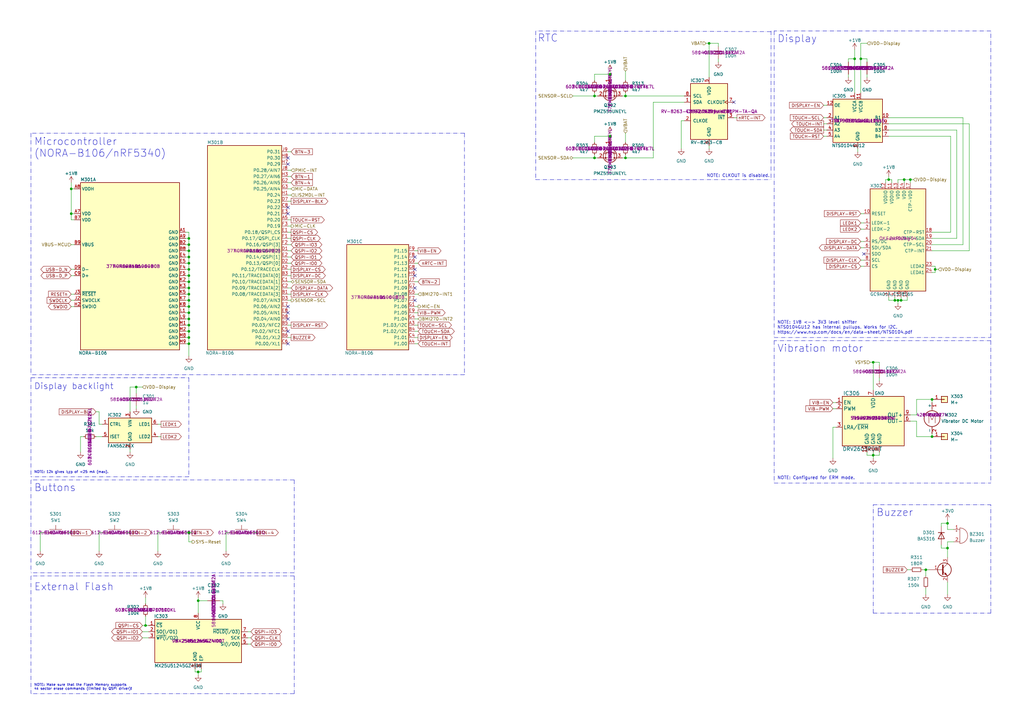
<source format=kicad_sch>
(kicad_sch (version 20250114) (generator "eeschema") (generator_version "9.0")
  (paper "A3")
  (title_block (title "ZSWatch v3") (date "2025-05-05") (rev "0") (company "github.com/jakkra/ZSWatch-HW"))
  (text "NOTE: CLKOUT is disabled." (at 289.814 72.898 0) (effects (font (size 1.27 1.27)) (justify left bottom)))
  (text "Buttons" (at 13.97 201.93 0) (effects (font (size 3 3)) (justify left bottom)))
  (text "NOTE: 12k gives I_{LED} of <25 mA (max)." (at 13.97 194.31 0) (effects (font (size 1 1)) (justify left bottom)))
  (text "Vibration motor" (at 318.77 144.78 0) (effects (font (size 3 3)) (justify left bottom)))
  (text "Buzzer" (at 359.41 212.09 0) (effects (font (size 3 3)) (justify left bottom)))
  (text "NOTE: Make sure that the Flash Memory supports\n4k sector erase commands (limited by QSPI driver)!" (at 13.97 283.21 0) (effects (font (size 1 1)) (justify left bottom)))
  (text "RTC" (at 220.472 17.526 0) (effects (font (size 3 3)) (justify left bottom)))
  (text "Display" (at 318.77 17.78 0) (effects (font (size 3 3)) (justify left bottom)))
  (text "NOTE: 1V8 <-> 3V3 level shifter\nNTS0104GU12 has internal pullups. Works for I2C.\nhttps://www.nxp.com/docs/en/data-sheet/NTS0104.pdf" (at 318.77 137.16 0) (effects (font (size 1.27 1.27)) (justify left bottom)))
  (text "Microcontroller\n(NORA-B106/nRF5340)" (at 13.97 64.77 0) (effects (font (size 3 3)) (justify left bottom)))
  (text "Display backlight" (at 13.97 160.02 0) (effects (font (size 2.5 2.5)) (justify left bottom)))
  (text "NOTE: Configured for ERM mode." (at 318.77 196.85 0) (effects (font (size 1.27 1.27)) (justify left bottom)))
  (text "External Flash" (at 13.97 242.57 0) (effects (font (size 3 3)) (justify left bottom)))
  (junction (at 77.47 123.19))
  (junction (at 77.47 107.95))
  (junction (at 77.47 100.33))
  (junction (at 77.47 130.81))
  (junction (at 243.84 39.37))
  (junction (at 77.47 115.57))
  (junction (at 59.69 256.54))
  (junction (at 77.47 113.03))
  (junction (at 77.47 138.43))
  (junction (at 379.73 233.68))
  (junction (at 388.62 224.79))
  (junction (at 364.49 73.66))
  (junction (at 77.47 110.49))
  (junction (at 77.47 140.97))
  (junction (at 353.06 24.13))
  (junction (at 77.47 105.41))
  (junction (at 358.14 186.69))
  (junction (at 250.19 30.48))
  (junction (at 382.27 179.07))
  (junction (at 77.47 118.11))
  (junction (at 77.47 128.27))
  (junction (at 77.47 97.79))
  (junction (at 77.47 120.65))
  (junction (at 382.27 163.83))
  (junction (at 350.52 24.13))
  (junction (at 77.47 218.44))
  (junction (at 77.47 135.89))
  (junction (at 383.54 110.49))
  (junction (at 368.3 123.19))
  (junction (at 369.57 123.19))
  (junction (at 29.21 77.47))
  (junction (at 77.47 133.35))
  (junction (at 250.19 55.88))
  (junction (at 243.84 64.77))
  (junction (at 256.54 39.37))
  (junction (at 256.54 64.77))
  (junction (at 367.03 123.19))
  (junction (at 55.88 158.75))
  (junction (at 358.14 148.59))
  (junction (at 81.28 246.38))
  (junction (at 290.83 17.78))
  (junction (at 77.47 125.73))
  (junction (at 77.47 102.87))
  (junction (at 29.21 87.63))
  (junction (at 370.84 73.66))
  (junction (at 388.62 214.63))
  (junction (at 81.28 275.59))
  (junction (at 373.38 73.66))
  (no_connect (at 118.11 140.97))
  (no_connect (at 354.33 104.14))
  (no_connect (at 118.11 87.63))
  (no_connect (at 300.99 41.91))
  (no_connect (at 118.11 67.31))
  (no_connect (at 170.18 113.03))
  (no_connect (at 170.18 123.19))
  (no_connect (at 118.11 64.77))
  (no_connect (at 118.11 135.89))
  (no_connect (at 170.18 105.41))
  (no_connect (at 118.11 125.73))
  (no_connect (at 118.11 128.27))
  (no_connect (at 170.18 110.49))
  (no_connect (at 118.11 85.09))
  (no_connect (at 170.18 118.11))
  (no_connect (at 118.11 130.81))
  (wire (pts (xy 368.3 123.19) (xy 368.3 124.46)))
  (wire (pts (xy 267.97 64.77) (xy 256.54 64.77)))
  (wire (pts (xy 353.06 99.06) (xy 354.33 99.06)))
  (wire (pts (xy 58.42 158.75) (xy 55.88 158.75)))
  (wire (pts (xy 53.34 158.75) (xy 53.34 168.91)))
  (wire (pts (xy 353.06 91.44) (xy 354.33 91.44)))
  (polyline (pts (xy 120.65 234.95) (xy 12.7 234.95)) (stroke (width 0) (type dash_dot)))
  (wire (pts (xy 77.47 140.97) (xy 77.47 146.05)))
  (polyline (pts (xy 190.5 54.61) (xy 12.7 54.61)) (stroke (width 0) (type dash_dot)))
  (wire (pts (xy 170.18 125.73) (xy 171.45 125.73)))
  (wire (pts (xy 392.43 53.34) (xy 392.43 97.79)))
  (wire (pts (xy 77.47 97.79) (xy 77.47 100.33)))
  (wire (pts (xy 34.29 179.07) (xy 33.02 179.07)))
  (wire (pts (xy 388.62 213.36) (xy 388.62 214.63)))
  (polyline (pts (xy 317.5 198.12) (xy 406.4 198.12)) (stroke (width 0) (type dash_dot)))
  (wire (pts (xy 391.16 222.25) (xy 388.62 222.25)))
  (wire (pts (xy 77.47 110.49) (xy 77.47 113.03)))
  (wire (pts (xy 29.21 74.93) (xy 29.21 77.47)))
  (wire (pts (xy 234.95 39.37) (xy 243.84 39.37)))
  (wire (pts (xy 353.06 17.78) (xy 353.06 24.13)))
  (wire (pts (xy 367.03 123.19) (xy 368.3 123.19)))
  (polyline (pts (xy 190.5 153.67) (xy 12.7 153.67)) (stroke (width 0) (type dash_dot)))
  (polyline (pts (xy 316.23 12.954) (xy 219.71 12.7)) (stroke (width 0) (type dash_dot)))
  (wire (pts (xy 255.27 64.77) (xy 256.54 64.77)))
  (wire (pts (xy 55.88 166.37) (xy 55.88 167.64)))
  (wire (pts (xy 118.11 113.03) (xy 119.38 113.03)))
  (wire (pts (xy 77.47 125.73) (xy 77.47 128.27)))
  (wire (pts (xy 82.55 274.32) (xy 82.55 275.59)))
  (wire (pts (xy 250.19 55.88) (xy 243.84 55.88)))
  (wire (pts (xy 383.54 111.76) (xy 383.54 110.49)))
  (wire (pts (xy 118.11 62.23) (xy 119.38 62.23)))
  (wire (pts (xy 382.27 102.87) (xy 397.51 102.87)))
  (wire (pts (xy 364.49 121.92) (xy 364.49 123.19)))
  (wire (pts (xy 118.11 120.65) (xy 119.38 120.65)))
  (wire (pts (xy 170.18 135.89) (xy 171.45 135.89)))
  (wire (pts (xy 290.83 17.78) (xy 294.64 17.78)))
  (wire (pts (xy 337.82 55.88) (xy 339.09 55.88)))
  (wire (pts (xy 118.11 100.33) (xy 119.38 100.33)))
  (wire (pts (xy 382.27 179.07) (xy 375.92 179.07)))
  (wire (pts (xy 118.11 82.55) (xy 119.38 82.55)))
  (wire (pts (xy 279.4 60.96) (xy 279.4 49.53)))
  (wire (pts (xy 77.47 133.35) (xy 76.2 133.35)))
  (wire (pts (xy 388.62 224.79) (xy 388.62 228.6)))
  (wire (pts (xy 367.03 123.19) (xy 367.03 121.92)))
  (polyline (pts (xy 317.5 138.43) (xy 406.4 138.43)) (stroke (width 0) (type dash_dot)))
  (wire (pts (xy 234.95 64.77) (xy 243.84 64.77)))
  (polyline (pts (xy 12.7 154.94) (xy 12.7 195.58)) (stroke (width 0) (type dash_dot)))
  (wire (pts (xy 358.14 186.69) (xy 358.14 185.42)))
  (wire (pts (xy 170.18 115.57) (xy 171.45 115.57)))
  (polyline (pts (xy 120.65 196.85) (xy 120.65 234.95)) (stroke (width 0) (type dash_dot)))
  (wire (pts (xy 77.47 123.19) (xy 77.47 125.73)))
  (wire (pts (xy 40.64 218.44) (xy 41.91 218.44)))
  (wire (pts (xy 289.56 17.78) (xy 290.83 17.78)))
  (wire (pts (xy 64.77 173.99) (xy 66.04 173.99)))
  (wire (pts (xy 77.47 135.89) (xy 77.47 138.43)))
  (polyline (pts (xy 120.65 236.22) (xy 120.65 284.48)) (stroke (width 0) (type dash_dot)))
  (wire (pts (xy 353.06 93.98) (xy 354.33 93.98)))
  (polyline (pts (xy 406.4 138.43) (xy 406.4 12.7)) (stroke (width 0) (type dash_dot)))
  (wire (pts (xy 77.47 135.89) (xy 76.2 135.89)))
  (wire (pts (xy 341.63 167.64) (xy 342.9 167.64)))
  (wire (pts (xy 80.01 274.32) (xy 80.01 275.59)))
  (wire (pts (xy 29.21 120.65) (xy 30.48 120.65)))
  (wire (pts (xy 355.6 185.42) (xy 355.6 186.69)))
  (wire (pts (xy 256.54 39.37) (xy 280.67 39.37)))
  (wire (pts (xy 388.62 224.79) (xy 386.08 224.79)))
  (wire (pts (xy 29.21 123.19) (xy 30.48 123.19)))
  (wire (pts (xy 118.11 69.85) (xy 119.38 69.85)))
  (polyline (pts (xy 316.23 12.7) (xy 316.23 73.66)) (stroke (width 0) (type dash_dot)))
  (wire (pts (xy 341.63 165.1) (xy 342.9 165.1)))
  (polyline (pts (xy 317.5 139.7) (xy 317.5 198.12)) (stroke (width 0) (type dash_dot)))
  (wire (pts (xy 170.18 120.65) (xy 171.45 120.65)))
  (wire (pts (xy 58.42 261.62) (xy 60.96 261.62)))
  (wire (pts (xy 170.18 133.35) (xy 171.45 133.35)))
  (wire (pts (xy 118.11 115.57) (xy 119.38 115.57)))
  (polyline (pts (xy 12.7 236.22) (xy 12.7 284.48)) (stroke (width 0) (type dash_dot)))
  (polyline (pts (xy 120.65 196.85) (xy 12.7 196.85)) (stroke (width 0) (type dash_dot)))
  (wire (pts (xy 368.3 123.19) (xy 369.57 123.19)))
  (wire (pts (xy 373.38 73.66) (xy 373.38 74.93)))
  (wire (pts (xy 256.54 64.77) (xy 256.54 63.5)))
  (wire (pts (xy 77.47 118.11) (xy 76.2 118.11)))
  (wire (pts (xy 27.94 218.44) (xy 29.21 218.44)))
  (wire (pts (xy 81.28 275.59) (xy 82.55 275.59)))
  (wire (pts (xy 256.54 54.61) (xy 256.54 58.42)))
  (wire (pts (xy 267.97 41.91) (xy 267.97 64.77)))
  (wire (pts (xy 290.83 31.75) (xy 290.83 17.78)))
  (wire (pts (xy 243.84 64.77) (xy 243.84 63.5)))
  (wire (pts (xy 29.21 110.49) (xy 30.48 110.49)))
  (wire (pts (xy 77.47 120.65) (xy 77.47 123.19)))
  (wire (pts (xy 386.08 214.63) (xy 388.62 214.63)))
  (wire (pts (xy 77.47 125.73) (xy 76.2 125.73)))
  (wire (pts (xy 382.27 177.8) (xy 382.27 179.07)))
  (polyline (pts (xy 358.14 251.46) (xy 406.4 251.46)) (stroke (width 0) (type dash_dot)))
  (wire (pts (xy 29.21 87.63) (xy 29.21 77.47)))
  (polyline (pts (xy 77.47 154.94) (xy 77.47 195.58)) (stroke (width 0) (type dash_dot)))
  (wire (pts (xy 170.18 128.27) (xy 171.45 128.27)))
  (wire (pts (xy 93.98 218.44) (xy 92.71 218.44)))
  (polyline (pts (xy 317.5 12.7) (xy 317.5 138.43)) (stroke (width 0) (type dash_dot)))
  (polyline (pts (xy 190.5 54.61) (xy 190.5 153.67)) (stroke (width 0) (type dash_dot)))
  (wire (pts (xy 77.47 110.49) (xy 76.2 110.49)))
  (wire (pts (xy 118.11 90.17) (xy 119.38 90.17)))
  (wire (pts (xy 337.82 43.18) (xy 339.09 43.18)))
  (wire (pts (xy 77.47 115.57) (xy 77.47 118.11)))
  (wire (pts (xy 364.49 123.19) (xy 367.03 123.19)))
  (wire (pts (xy 360.68 185.42) (xy 360.68 186.69)))
  (wire (pts (xy 90.17 246.38) (xy 91.44 246.38)))
  (wire (pts (xy 77.47 115.57) (xy 76.2 115.57)))
  (wire (pts (xy 388.62 222.25) (xy 388.62 224.79)))
  (polyline (pts (xy 120.65 236.22) (xy 12.7 236.22)) (stroke (width 0) (type dash_dot)))
  (wire (pts (xy 29.21 100.33) (xy 30.48 100.33)))
  (wire (pts (xy 373.38 170.18) (xy 375.92 170.18)))
  (wire (pts (xy 397.51 50.8) (xy 397.51 102.87)))
  (wire (pts (xy 118.11 97.79) (xy 119.38 97.79)))
  (polyline (pts (xy 406.4 139.7) (xy 406.4 198.12)) (stroke (width 0) (type dash_dot)))
  (wire (pts (xy 29.21 90.17) (xy 29.21 87.63)))
  (wire (pts (xy 358.14 186.69) (xy 358.14 187.96)))
  (wire (pts (xy 350.52 24.13) (xy 350.52 38.1)))
  (wire (pts (xy 250.19 55.88) (xy 250.19 57.15)))
  (wire (pts (xy 64.77 218.44) (xy 66.04 218.44)))
  (wire (pts (xy 41.91 173.99) (xy 40.64 173.99)))
  (wire (pts (xy 77.47 95.25) (xy 77.47 97.79)))
  (wire (pts (xy 118.11 74.93) (xy 119.38 74.93)))
  (polyline (pts (xy 120.65 284.48) (xy 12.7 284.48)) (stroke (width 0) (type dash_dot)))
  (wire (pts (xy 294.64 24.13) (xy 294.64 25.4)))
  (wire (pts (xy 16.51 218.44) (xy 16.51 226.06)))
  (wire (pts (xy 386.08 215.9) (xy 386.08 214.63)))
  (wire (pts (xy 256.54 39.37) (xy 256.54 38.1)))
  (wire (pts (xy 77.47 102.87) (xy 76.2 102.87)))
  (polyline (pts (xy 406.4 139.7) (xy 317.5 139.7)) (stroke (width 0) (type dash_dot)))
  (wire (pts (xy 355.6 186.69) (xy 358.14 186.69)))
  (wire (pts (xy 365.76 73.66) (xy 364.49 73.66)))
  (wire (pts (xy 77.47 118.11) (xy 77.47 120.65)))
  (wire (pts (xy 243.84 55.88) (xy 243.84 58.42)))
  (wire (pts (xy 369.57 123.19) (xy 372.11 123.19)))
  (wire (pts (xy 243.84 30.48) (xy 243.84 33.02)))
  (wire (pts (xy 77.47 95.25) (xy 76.2 95.25)))
  (wire (pts (xy 279.4 49.53) (xy 280.67 49.53)))
  (wire (pts (xy 360.68 186.69) (xy 358.14 186.69)))
  (wire (pts (xy 81.28 246.38) (xy 81.28 245.11)))
  (wire (pts (xy 59.69 256.54) (xy 60.96 256.54)))
  (wire (pts (xy 77.47 97.79) (xy 76.2 97.79)))
  (wire (pts (xy 81.28 246.38) (xy 81.28 251.46)))
  (wire (pts (xy 77.47 128.27) (xy 77.47 130.81)))
  (wire (pts (xy 77.47 133.35) (xy 77.47 135.89)))
  (wire (pts (xy 58.42 256.54) (xy 59.69 256.54)))
  (wire (pts (xy 250.19 54.61) (xy 250.19 55.88)))
  (wire (pts (xy 383.54 110.49) (xy 383.54 109.22)))
  (wire (pts (xy 382.27 163.83) (xy 382.27 165.1)))
  (wire (pts (xy 77.47 130.81) (xy 76.2 130.81)))
  (wire (pts (xy 64.77 218.44) (xy 64.77 226.06)))
  (wire (pts (xy 360.68 148.59) (xy 360.68 149.86)))
  (wire (pts (xy 341.63 175.26) (xy 341.63 187.96)))
  (wire (pts (xy 118.11 72.39) (xy 119.38 72.39)))
  (wire (pts (xy 364.49 73.66) (xy 363.22 73.66)))
  (wire (pts (xy 250.19 29.21) (xy 250.19 30.48)))
  (wire (pts (xy 389.89 55.88) (xy 389.89 95.25)))
  (polyline (pts (xy 219.71 73.66) (xy 316.23 73.66)) (stroke (width 0) (type dash_dot)))
  (polyline (pts (xy 406.4 12.7) (xy 317.5 12.7)) (stroke (width 0) (type dash_dot)))
  (wire (pts (xy 58.42 259.08) (xy 60.96 259.08)))
  (wire (pts (xy 77.47 140.97) (xy 76.2 140.97)))
  (wire (pts (xy 372.11 233.68) (xy 373.38 233.68)))
  (wire (pts (xy 250.19 30.48) (xy 243.84 30.48)))
  (wire (pts (xy 337.82 50.8) (xy 339.09 50.8)))
  (wire (pts (xy 337.82 48.26) (xy 339.09 48.26)))
  (wire (pts (xy 351.79 60.96) (xy 351.79 62.23)))
  (wire (pts (xy 388.62 214.63) (xy 388.62 217.17)))
  (wire (pts (xy 337.82 53.34) (xy 339.09 53.34)))
  (wire (pts (xy 91.44 246.38) (xy 91.44 247.65)))
  (wire (pts (xy 347.98 25.4) (xy 347.98 24.13)))
  (wire (pts (xy 77.47 113.03) (xy 77.47 115.57)))
  (wire (pts (xy 353.06 87.63) (xy 354.33 87.63)))
  (wire (pts (xy 365.76 73.66) (xy 365.76 74.93)))
  (wire (pts (xy 358.14 148.59) (xy 360.68 148.59)))
  (wire (pts (xy 290.83 60.96) (xy 290.83 59.69)))
  (polyline (pts (xy 77.47 195.58) (xy 12.7 195.58)) (stroke (width 0) (type dash_dot)))
  (wire (pts (xy 342.9 175.26) (xy 341.63 175.26)))
  (wire (pts (xy 170.18 140.97) (xy 171.45 140.97)))
  (wire (pts (xy 118.11 102.87) (xy 119.38 102.87)))
  (wire (pts (xy 77.47 138.43) (xy 76.2 138.43)))
  (wire (pts (xy 55.88 158.75) (xy 53.34 158.75)))
  (wire (pts (xy 104.14 218.44) (xy 105.41 218.44)))
  (wire (pts (xy 370.84 73.66) (xy 373.38 73.66)))
  (wire (pts (xy 300.99 48.26) (xy 302.26 48.26)))
  (wire (pts (xy 77.47 107.95) (xy 77.47 110.49)))
  (wire (pts (xy 77.47 218.44) (xy 78.74 218.44)))
  (wire (pts (xy 358.14 148.59) (xy 358.14 160.02)))
  (wire (pts (xy 388.62 238.76) (xy 388.62 243.84)))
  (wire (pts (xy 118.11 123.19) (xy 119.38 123.19)))
  (wire (pts (xy 77.47 222.25) (xy 77.47 218.44)))
  (wire (pts (xy 92.71 218.44) (xy 92.71 226.06)))
  (polyline (pts (xy 12.7 154.94) (xy 77.47 154.94)) (stroke (width 0) (type dash_dot)))
  (wire (pts (xy 355.6 25.4) (xy 355.6 24.13)))
  (wire (pts (xy 375.92 170.18) (xy 375.92 163.83)))
  (wire (pts (xy 77.47 138.43) (xy 77.47 140.97)))
  (wire (pts (xy 364.49 55.88) (xy 389.89 55.88)))
  (wire (pts (xy 245.11 64.77) (xy 243.84 64.77)))
  (wire (pts (xy 118.11 95.25) (xy 119.38 95.25)))
  (wire (pts (xy 382.27 100.33) (xy 394.97 100.33)))
  (wire (pts (xy 353.06 106.68) (xy 354.33 106.68)))
  (wire (pts (xy 118.11 105.41) (xy 119.38 105.41)))
  (wire (pts (xy 77.47 120.65) (xy 76.2 120.65)))
  (wire (pts (xy 77.47 105.41) (xy 76.2 105.41)))
  (wire (pts (xy 77.47 130.81) (xy 77.47 133.35)))
  (wire (pts (xy 368.3 73.66) (xy 370.84 73.66)))
  (wire (pts (xy 77.47 100.33) (xy 77.47 102.87)))
  (polyline (pts (xy 12.7 54.61) (xy 12.7 153.67)) (stroke (width 0) (type dash_dot)))
  (wire (pts (xy 39.37 168.91) (xy 40.64 168.91)))
  (wire (pts (xy 29.21 113.03) (xy 30.48 113.03)))
  (wire (pts (xy 379.73 233.68) (xy 379.73 236.22)))
  (wire (pts (xy 256.54 29.21) (xy 256.54 33.02)))
  (wire (pts (xy 33.02 179.07) (xy 33.02 185.42)))
  (wire (pts (xy 382.27 109.22) (xy 383.54 109.22)))
  (wire (pts (xy 118.11 107.95) (xy 119.38 107.95)))
  (wire (pts (xy 40.64 218.44) (xy 40.64 226.06)))
  (polyline (pts (xy 12.7 196.85) (xy 12.7 234.95)) (stroke (width 0) (type dash_dot)))
  (wire (pts (xy 170.18 107.95) (xy 171.45 107.95)))
  (wire (pts (xy 372.11 123.19) (xy 372.11 121.92)))
  (wire (pts (xy 347.98 30.48) (xy 347.98 31.75)))
  (wire (pts (xy 170.18 130.81) (xy 171.45 130.81)))
  (wire (pts (xy 118.11 118.11) (xy 119.38 118.11)))
  (wire (pts (xy 382.27 97.79) (xy 392.43 97.79)))
  (wire (pts (xy 347.98 24.13) (xy 350.52 24.13)))
  (wire (pts (xy 77.47 105.41) (xy 77.47 107.95)))
  (wire (pts (xy 77.47 128.27) (xy 76.2 128.27)))
  (wire (pts (xy 378.46 233.68) (xy 379.73 233.68)))
  (wire (pts (xy 356.87 148.59) (xy 358.14 148.59)))
  (wire (pts (xy 77.47 113.03) (xy 76.2 113.03)))
  (wire (pts (xy 53.34 184.15) (xy 53.34 185.42)))
  (wire (pts (xy 81.28 246.38) (xy 85.09 246.38)))
  (wire (pts (xy 81.28 275.59) (xy 81.28 276.86)))
  (wire (pts (xy 255.27 39.37) (xy 256.54 39.37)))
  (wire (pts (xy 101.6 261.62) (xy 102.87 261.62)))
  (wire (pts (xy 267.97 41.91) (xy 280.67 41.91)))
  (wire (pts (xy 76.2 218.44) (xy 77.47 218.44)))
  (wire (pts (xy 170.18 102.87) (xy 171.45 102.87)))
  (wire (pts (xy 55.88 158.75) (xy 55.88 161.29)))
  (wire (pts (xy 355.6 17.78) (xy 353.06 17.78)))
  (wire (pts (xy 59.69 252.73) (xy 59.69 256.54)))
  (wire (pts (xy 364.49 53.34) (xy 392.43 53.34)))
  (polyline (pts (xy 219.71 12.7) (xy 219.71 73.66)) (stroke (width 0) (type dash_dot)))
  (wire (pts (xy 118.11 77.47) (xy 119.38 77.47)))
  (wire (pts (xy 101.6 259.08) (xy 102.87 259.08)))
  (wire (pts (xy 364.49 50.8) (xy 397.51 50.8)))
  (wire (pts (xy 17.78 218.44) (xy 16.51 218.44)))
  (wire (pts (xy 386.08 223.52) (xy 386.08 224.79)))
  (wire (pts (xy 40.64 173.99) (xy 40.64 168.91)))
  (wire (pts (xy 350.52 20.32) (xy 350.52 24.13)))
  (wire (pts (xy 29.21 77.47) (xy 30.48 77.47)))
  (wire (pts (xy 379.73 241.3) (xy 379.73 243.84)))
  (wire (pts (xy 353.06 101.6) (xy 354.33 101.6)))
  (wire (pts (xy 382.27 95.25) (xy 389.89 95.25)))
  (polyline (pts (xy 358.14 251.46) (xy 358.14 207.01)) (stroke (width 0) (type dash_dot)))
  (wire (pts (xy 170.18 138.43) (xy 171.45 138.43)))
  (wire (pts (xy 64.77 179.07) (xy 66.04 179.07)))
  (wire (pts (xy 355.6 24.13) (xy 353.06 24.13)))
  (wire (pts (xy 373.38 73.66) (xy 374.65 73.66)))
  (wire (pts (xy 243.84 39.37) (xy 243.84 38.1)))
  (polyline (pts (xy 358.14 207.01) (xy 406.4 207.01)) (stroke (width 0) (type dash_dot)))
  (wire (pts (xy 77.47 123.19) (xy 76.2 123.19)))
  (wire (pts (xy 370.84 73.66) (xy 370.84 74.93)))
  (wire (pts (xy 353.06 24.13) (xy 353.06 38.1)))
  (wire (pts (xy 369.57 123.19) (xy 369.57 121.92)))
  (wire (pts (xy 29.21 125.73) (xy 30.48 125.73)))
  (wire (pts (xy 364.49 48.26) (xy 394.97 48.26)))
  (wire (pts (xy 101.6 264.16) (xy 102.87 264.16)))
  (wire (pts (xy 368.3 74.93) (xy 368.3 73.66)))
  (wire (pts (xy 250.19 30.48) (xy 250.19 31.75)))
  (wire (pts (xy 118.11 138.43) (xy 119.38 138.43)))
  (wire (pts (xy 383.54 110.49) (xy 384.81 110.49)))
  (wire (pts (xy 118.11 80.01) (xy 119.38 80.01)))
  (wire (pts (xy 118.11 92.71) (xy 119.38 92.71)))
  (wire (pts (xy 394.97 48.26) (xy 394.97 100.33)))
  (wire (pts (xy 29.21 87.63) (xy 30.48 87.63)))
  (wire (pts (xy 360.68 154.94) (xy 360.68 156.21)))
  (wire (pts (xy 118.11 133.35) (xy 119.38 133.35)))
  (wire (pts (xy 353.06 109.22) (xy 354.33 109.22)))
  (wire (pts (xy 30.48 90.17) (xy 29.21 90.17)))
  (wire (pts (xy 118.11 110.49) (xy 119.38 110.49)))
  (wire (pts (xy 294.64 19.05) (xy 294.64 17.78)))
  (wire (pts (xy 59.69 245.11) (xy 59.69 247.65)))
  (wire (pts (xy 77.47 107.95) (xy 76.2 107.95)))
  (wire (pts (xy 382.27 111.76) (xy 383.54 111.76)))
  (wire (pts (xy 80.01 275.59) (xy 81.28 275.59)))
  (wire (pts (xy 373.38 172.72) (xy 375.92 172.72)))
  (wire (pts (xy 245.11 39.37) (xy 243.84 39.37)))
  (wire (pts (xy 388.62 217.17) (xy 391.16 217.17)))
  (wire (pts (xy 379.73 233.68) (xy 381 233.68)))
  (wire (pts (xy 41.91 179.07) (xy 39.37 179.07)))
  (wire (pts (xy 364.49 72.39) (xy 364.49 73.66)))
  (wire (pts (xy 375.92 172.72) (xy 375.92 179.07)))
  (polyline (pts (xy 406.4 251.46) (xy 406.4 207.01)) (stroke (width 0) (type dash_dot)))
  (wire (pts (xy 52.07 218.44) (xy 53.34 218.44)))
  (wire (pts (xy 375.92 163.83) (xy 382.27 163.83)))
  (wire (pts (xy 78.74 222.25) (xy 77.47 222.25)))
  (wire (pts (xy 77.47 100.33) (xy 76.2 100.33)))
  (wire (pts (xy 355.6 30.48) (xy 355.6 31.75)))
  (wire (pts (xy 363.22 73.66) (xy 363.22 74.93)))
  (wire (pts (xy 77.47 102.87) (xy 77.47 105.41)))
  (global_label "QSPI-CLK" (shape output) (at 119.38 97.79 0) (property "Intersheetrefs" "${INTERSHEET_REFS}" (effects (hide yes))))
  (global_label "DISPLAY-RST" (shape output) (at 119.38 133.35 0) (property "Intersheetrefs" "${INTERSHEET_REFS}" (effects (hide yes))))
  (global_label "VIB-EN" (shape output) (at 171.45 102.87 0) (property "Intersheetrefs" "${INTERSHEET_REFS}" (effects (hide yes))))
  (global_label "BTN-4" (shape output) (at 105.41 218.44 0) (property "Intersheetrefs" "${INTERSHEET_REFS}" (effects (hide yes))))
  (global_label "SWDCLK" (shape input) (at 29.21 123.19 180) (property "Intersheetrefs" "${INTERSHEET_REFS}" (effects (hide yes))))
  (global_label "QSPI-CS" (shape output) (at 119.38 95.25 0) (property "Intersheetrefs" "${INTERSHEET_REFS}" (effects (hide yes))))
  (global_label "QSPI-IO0" (shape bidirectional) (at 102.87 264.16 0) (property "Intersheetrefs" "${INTERSHEET_REFS}" (effects (hide yes))))
  (global_label "TOUCH-SDA" (shape bidirectional) (at 171.45 135.89 0) (property "Intersheetrefs" "${INTERSHEET_REFS}" (effects (hide yes))))
  (global_label "TOUCH-RST" (shape output) (at 119.38 90.17 0) (property "Intersheetrefs" "${INTERSHEET_REFS}" (effects (hide yes))))
  (global_label "VIB-PWM" (shape output) (at 171.45 128.27 0) (property "Intersheetrefs" "${INTERSHEET_REFS}" (effects (hide yes))))
  (global_label "RESETn" (shape input) (at 29.21 120.65 180) (property "Intersheetrefs" "${INTERSHEET_REFS}" (effects (hide yes))))
  (global_label "SWDIO" (shape bidirectional) (at 29.21 125.73 180) (property "Intersheetrefs" "${INTERSHEET_REFS}" (effects (hide yes))))
  (global_label "QSPI-IO0" (shape bidirectional) (at 119.38 107.95 0) (property "Intersheetrefs" "${INTERSHEET_REFS}" (effects (hide yes))))
  (global_label "QSPI-IO3" (shape bidirectional) (at 119.38 100.33 0) (property "Intersheetrefs" "${INTERSHEET_REFS}" (effects (hide yes))))
  (global_label "BTN-4" (shape input) (at 119.38 74.93 0) (property "Intersheetrefs" "${INTERSHEET_REFS}" (effects (hide yes))))
  (global_label "QSPI-IO1" (shape bidirectional) (at 58.42 259.08 180) (property "Intersheetrefs" "${INTERSHEET_REFS}" (effects (hide yes))))
  (global_label "QSPI-IO1" (shape bidirectional) (at 119.38 105.41 0) (property "Intersheetrefs" "${INTERSHEET_REFS}" (effects (hide yes))))
  (global_label "DISPLAY-CLK" (shape input) (at 353.06 106.68 180) (property "Intersheetrefs" "${INTERSHEET_REFS}" (effects (hide yes))))
  (global_label "DISPLAY-DATA" (shape bidirectional) (at 353.06 101.6 180) (property "Intersheetrefs" "${INTERSHEET_REFS}" (effects (hide yes))))
  (global_label "TOUCH-INT" (shape output) (at 337.82 50.8 180) (property "Intersheetrefs" "${INTERSHEET_REFS}" (effects (hide yes))))
  (global_label "BTN-2" (shape input) (at 171.45 115.57 0) (property "Intersheetrefs" "${INTERSHEET_REFS}" (effects (hide yes))))
  (global_label "QSPI-CLK" (shape input) (at 102.87 261.62 0) (property "Intersheetrefs" "${INTERSHEET_REFS}" (effects (hide yes))))
  (global_label "nRTC-INT" (shape input) (at 171.45 107.95 0) (property "Intersheetrefs" "${INTERSHEET_REFS}" (effects (hide yes))))
  (global_label "DISPLAY-DATA" (shape bidirectional) (at 119.38 118.11 0) (property "Intersheetrefs" "${INTERSHEET_REFS}" (effects (hide yes))))
  (global_label "DISPLAY-DC" (shape output) (at 119.38 113.03 0) (property "Intersheetrefs" "${INTERSHEET_REFS}" (effects (hide yes))))
  (global_label "TOUCH-INT" (shape input) (at 171.45 140.97 0) (property "Intersheetrefs" "${INTERSHEET_REFS}" (effects (hide yes))))
  (global_label "BTN-3" (shape output) (at 78.74 218.44 0) (property "Intersheetrefs" "${INTERSHEET_REFS}" (effects (hide yes))))
  (global_label "TOUCH-SCL" (shape output) (at 171.45 133.35 0) (property "Intersheetrefs" "${INTERSHEET_REFS}" (effects (hide yes))))
  (global_label "QSPI-IO3" (shape bidirectional) (at 102.87 259.08 0) (property "Intersheetrefs" "${INTERSHEET_REFS}" (effects (hide yes))))
  (global_label "TOUCH-RST" (shape input) (at 337.82 55.88 180) (property "Intersheetrefs" "${INTERSHEET_REFS}" (effects (hide yes))))
  (global_label "BTN-1" (shape output) (at 29.21 218.44 0) (property "Intersheetrefs" "${INTERSHEET_REFS}" (effects (hide yes))))
  (global_label "BUZZER" (shape input) (at 372.11 233.68 180) (property "Intersheetrefs" "${INTERSHEET_REFS}" (effects (hide yes))))
  (global_label "VIB-EN" (shape input) (at 341.63 165.1 180) (property "Intersheetrefs" "${INTERSHEET_REFS}" (effects (hide yes))))
  (global_label "BTN-2" (shape output) (at 53.34 218.44 0) (property "Intersheetrefs" "${INTERSHEET_REFS}" (effects (hide yes))))
  (global_label "QSPI-IO2" (shape bidirectional) (at 119.38 102.87 0) (property "Intersheetrefs" "${INTERSHEET_REFS}" (effects (hide yes))))
  (global_label "LEDK2" (shape input) (at 353.06 93.98 180) (property "Intersheetrefs" "${INTERSHEET_REFS}" (effects (hide yes))))
  (global_label "DISPLAY-BLK" (shape output) (at 119.38 82.55 0) (property "Intersheetrefs" "${INTERSHEET_REFS}" (effects (hide yes))))
  (global_label "BTN-3" (shape input) (at 119.38 62.23 0) (property "Intersheetrefs" "${INTERSHEET_REFS}" (effects (hide yes))))
  (global_label "nRTC-INT" (shape output) (at 302.26 48.26 0) (property "Intersheetrefs" "${INTERSHEET_REFS}" (effects (hide yes))))
  (global_label "DISPLAY-CLK" (shape output) (at 119.38 120.65 0) (property "Intersheetrefs" "${INTERSHEET_REFS}" (effects (hide yes))))
  (global_label "USB-D_N" (shape bidirectional) (at 29.21 110.49 180) (property "Intersheetrefs" "${INTERSHEET_REFS}" (effects (hide yes))))
  (global_label "LEDK2" (shape output) (at 66.04 179.07 0) (property "Intersheetrefs" "${INTERSHEET_REFS}" (effects (hide yes))))
  (global_label "USB-D_P" (shape bidirectional) (at 29.21 113.03 180) (property "Intersheetrefs" "${INTERSHEET_REFS}" (effects (hide yes))))
  (global_label "TOUCH-SCL" (shape input) (at 337.82 48.26 180) (property "Intersheetrefs" "${INTERSHEET_REFS}" (effects (hide yes))))
  (global_label "BUZZER" (shape output) (at 119.38 138.43 0) (property "Intersheetrefs" "${INTERSHEET_REFS}" (effects (hide yes))))
  (global_label "TOUCH-SDA" (shape output) (at 337.82 53.34 180) (property "Intersheetrefs" "${INTERSHEET_REFS}" (effects (hide yes))))
  (global_label "DISPLAY-CS" (shape input) (at 353.06 109.22 180) (property "Intersheetrefs" "${INTERSHEET_REFS}" (effects (hide yes))))
  (global_label "QSPI-IO2" (shape bidirectional) (at 58.42 261.62 180) (property "Intersheetrefs" "${INTERSHEET_REFS}" (effects (hide yes))))
  (global_label "VIB-PWM" (shape input) (at 341.63 167.64 180) (property "Intersheetrefs" "${INTERSHEET_REFS}" (effects (hide yes))))
  (global_label "LEDK1" (shape input) (at 353.06 91.44 180) (property "Intersheetrefs" "${INTERSHEET_REFS}" (effects (hide yes))))
  (global_label "DISPLAY-BLK" (shape input) (at 39.37 168.91 180) (property "Intersheetrefs" "${INTERSHEET_REFS}" (effects (hide yes))))
  (global_label "QSPI-CS" (shape input) (at 58.42 256.54 180) (property "Intersheetrefs" "${INTERSHEET_REFS}" (effects (hide yes))))
  (global_label "BTN-1" (shape input) (at 119.38 72.39 0) (property "Intersheetrefs" "${INTERSHEET_REFS}" (effects (hide yes))))
  (global_label "DISPLAY-CS" (shape output) (at 119.38 110.49 0) (property "Intersheetrefs" "${INTERSHEET_REFS}" (effects (hide yes))))
  (global_label "DISPLAY-DC" (shape input) (at 353.06 99.06 180) (property "Intersheetrefs" "${INTERSHEET_REFS}" (effects (hide yes))))
  (global_label "LEDK1" (shape output) (at 66.04 173.99 0) (property "Intersheetrefs" "${INTERSHEET_REFS}" (effects (hide yes))))
  (global_label "DISPLAY-EN" (shape output) (at 171.45 138.43 0) (property "Intersheetrefs" "${INTERSHEET_REFS}" (effects (hide yes))))
  (global_label "DISPLAY-RST" (shape input) (at 353.06 87.63 180) (property "Intersheetrefs" "${INTERSHEET_REFS}" (effects (hide yes))))
  (global_label "DISPLAY-EN" (shape input) (at 337.82 43.18 180) (property "Intersheetrefs" "${INTERSHEET_REFS}" (effects (hide yes))))
  (hierarchical_label "SENSOR-SCL" (shape input) (at 234.95 39.37 180))
  (hierarchical_label "SENSOR-SDA" (shape bidirectional) (at 234.95 64.77 180))
  (hierarchical_label "PMIC-INT" (shape input) (at 119.38 69.85 0))
  (hierarchical_label "VDD-Display" (shape input) (at 374.65 73.66 0))
  (hierarchical_label "VDD-Display" (shape input) (at 58.42 158.75 0))
  (hierarchical_label "VBAT" (shape input) (at 256.54 54.61 90))
  (hierarchical_label "MIC-DATA" (shape input) (at 119.38 77.47 0))
  (hierarchical_label "VDD-Display" (shape input) (at 384.81 110.49 0))
  (hierarchical_label "MIC-EN" (shape output) (at 171.45 125.73 0))
  (hierarchical_label "VBUS-MCU" (shape input) (at 29.21 100.33 180))
  (hierarchical_label "VDD-Display" (shape input) (at 355.6 17.78 0))
  (hierarchical_label "VBAT" (shape input) (at 256.54 29.21 90))
  (hierarchical_label "VBAT" (shape input) (at 289.56 17.78 180))
  (hierarchical_label "BMI270-INT2" (shape input) (at 171.45 130.81 0))
  (hierarchical_label "SENSOR-SCL" (shape output) (at 119.38 123.19 0))
  (hierarchical_label "BMI270-INT1" (shape input) (at 171.45 120.65 0))
  (hierarchical_label "MIC-CLK" (shape output) (at 119.38 92.71 0))
  (hierarchical_label "SENSOR-SDA" (shape bidirectional) (at 119.38 115.57 0))
  (hierarchical_label "VSYS" (shape input) (at 356.87 148.59 180))
  (hierarchical_label "LIS2MDL-INT" (shape input) (at 119.38 80.01 0))
  (hierarchical_label "SYS-Reset" (shape output) (at 78.74 222.25 0))
  (symbol (lib_id "Switch:SW_Push") (at 71.12 218.44 0) (unit 1)
    (property "Reference" "S303" (at 71.12 210.82 0))
    (property "Value" "SW3" (at 71.12 213.36 0))
    (property "Footprint" "E-Switch:TL6340AF160Q_Modified" (effects (hide yes)))
    (property "Datasheet" "https://www.mouser.de/datasheet/2/140/TL6340-3304863.pdf" (effects (hide yes)))
    (property "Distributor" "Mouser" (effects (hide yes)))
    (property "manf" "E-Switch" (at 71.12 218.44 0))
    (property "manf#" "TL6340AF160Q" (at 71.12 218.44 0))
    (property "mouser#" "612-TL6340AF160Q" (at 71.12 218.44 0))
  )
  (symbol (lib_id "power:GND") (at 55.88 167.64 0) (unit 1)
    (property "Reference" "#PWR0307" (effects (hide yes)))
    (property "Value" "GND" (at 58.42 168.91 0) (effects (justify left)))
  )
  (symbol (lib_id "power:+1V8") (at 59.69 245.11 0) (unit 1)
    (property "Reference" "#PWR0308" (effects (hide yes)))
    (property "Value" "+1V8" (at 59.69 241.3 0))
  )
  (symbol (lib_id "power:+1V8") (at 29.21 74.93 0) (unit 1)
    (property "Reference" "#PWR0305" (effects (hide yes)))
    (property "Value" "+1V8" (at 29.21 71.12 0))
  )
  (symbol (lib_id "Nexperia:PMZ550UNEYL") (at 250.19 36.83 270) (unit 1)
    (property "Reference" "Q302" (at 250.19 43.18 90))
    (property "Value" "PMZ550UNEYL" (at 250.19 45.72 90))
    (property "Footprint" "Package_SOT_SMD:SOT-883" (effects (hide yes)))
    (property "Datasheet" "https://assets.nexperia.com/documents/data-sheet/PMZ550UNE.pdf" (effects (hide yes)))
    (property "Description" "0.59A Id, 30V Vds, N-Channel MOSFET, DFN-1006-3" (effects (hide yes)))
    (property "Distributor" "Mouser" (effects (hide yes)))
    (property "manf" "Nexperia" (at 250.19 36.83 0))
    (property "manf#" "PMZ550UNEYL" (at 250.19 36.83 0))
    (property "mouser#" "771-PMZ550UNEYL" (at 250.19 36.83 0))
  )
  (symbol (lib_id "power:GND") (at 279.4 60.96 0) (unit 1)
    (property "Reference" "#PWR0337" (effects (hide yes)))
    (property "Value" "GND" (at 279.4 66.04 0))
  )
  (symbol (lib_id "power:GND") (at 368.3 124.46 0) (unit 1)
    (property "Reference" "#PWR0332" (effects (hide yes)))
    (property "Value" "GND" (at 368.3 129.54 0))
  )
  (symbol (lib_id "Connector_Generic:Conn_01x01") (at 387.35 163.83 0) (unit 1) (in_bom no)
    (property "Reference" "X303" (at 389.89 162.56 0) (effects (justify left)))
    (property "Value" "M+" (at 389.89 165.1 0) (effects (justify left)))
    (property "Footprint" "TestPoint:TestPoint_Pad_1.0x1.0mm" (effects (hide yes)))
  )
  (symbol (lib_id "Micro Crystal:RV-8263-C8") (at 290.83 45.72 0) (unit 1)
    (property "Reference" "IC307" (at 283.21 33.02 0) (effects (justify left)))
    (property "Value" "RV-8263-C8" (at 283.21 58.42 0) (effects (justify left)))
    (property "Footprint" "Micro Crystal:RV-8263-C8" (effects (hide yes)))
    (property "Datasheet" "https://www.microcrystal.com/fileadmin/Media/Products/RTC/Datasheet/RV-8263-C8.pdf" (effects (hide yes)))
    (property "Distributor" "Mouser" (effects (hide yes)))
    (property "manf" "Micro Crystal" (at 290.83 45.72 0))
    (property "manf#" "RV-8263-C8 32.768kHz-20PPM-TA-QA" (at 290.83 45.72 0))
    (property "mouser#" "428-204291-MC01" (at 290.83 45.72 0))
  )
  (symbol (lib_id "Device:C_Small") (at 294.64 21.59 0) (mirror y) (unit 1)
    (property "Reference" "C307" (at 297.18 20.3263 0) (effects (justify right)))
    (property "Value" "100n" (at 297.18 22.8663 0) (effects (justify right)))
    (property "Footprint" "Capacitor_SMD:C_0402_1005Metric" (effects (hide yes)))
    (property "Datasheet" "https://www.mouser.de/datasheet/2/40/KGM_X7R-3223212.pdf" (effects (hide yes)))
    (property "Distributor" "Mouser" (effects (hide yes)))
    (property "CONFIG" "-ENV" (effects (hide yes)))
    (property "manf" "KYOCERA AVX" (at 294.64 21.59 0))
    (property "manf#" "04025C104KAT2A" (at 294.64 21.59 0))
    (property "mouser#" "581-04025C104KAT2A" (at 294.64 21.59 0))
  )
  (symbol (lib_id "Device:Buzzer") (at 393.7 219.71 0) (unit 1)
    (property "Reference" "BZ301" (at 397.51 219.075 0) (effects (justify left)))
    (property "Value" "Buzzer" (at 397.51 221.615 0) (effects (justify left)))
    (property "Footprint" "CUI Devices:CMT-322-65-SMT-TR" (effects (hide yes)))
    (property "Datasheet" "https://www.mouser.de/datasheet/2/670/cmt_322_65_smt_tr-2504595.pdf" (effects (hide yes)))
    (property "Distributor" "Mouser" (effects (hide yes)))
    (property "CONFIG" "-ENV" (effects (hide yes)))
    (property "manf" "CUI Devices" (effects (hide yes)))
    (property "manf#" "CMT-322-65-SMT-TR" (effects (hide yes)))
    (property "mouser#" "490-CMT-322-65-SMTTR" (effects (hide yes)))
  )
  (symbol (lib_id "uBlox:NORA-B106") (at 54.61 109.22 0) (unit 1)
    (property "Reference" "M301" (at 36.195 73.66 0))
    (property "Value" "NORA-B106" (at 38.1 144.78 0))
    (property "Footprint" "uBlox:NORA-B106" (effects (hide yes)))
    (property "Datasheet" "https://www.u-blox.com/docs/UBX-20027119" (effects (hide yes)))
    (property "Distributor" "Mouser" (effects (hide yes)))
    (property "manf" "u-blox" (at 54.61 109.22 0))
    (property "manf#" "NORA-B106-00B" (at 54.61 109.22 0))
    (property "mouser#" "377-NORA-B106-00B" (at 54.61 109.22 0))
  )
  (symbol (lib_id "Device:R_Small") (at 59.69 250.19 0) (unit 1)
    (property "Reference" "R302" (at 57.15 248.92 0) (effects (justify right)))
    (property "Value" "100k" (at 57.15 251.46 0) (effects (justify right)))
    (property "Footprint" "Resistor_SMD:R_0603_1608Metric" (effects (hide yes)))
    (property "Datasheet" "https://www.mouser.de/datasheet/2/447/YAGEO_PYu_RC_Group_51_RoHS_L_12-3313492.pdf" (effects (hide yes)))
    (property "Distributor" "Mouser" (effects (hide yes)))
    (property "manf" "YAGEO" (at 59.69 250.19 0))
    (property "manf#" "RC0603FR-07100KL" (at 59.69 250.19 0))
    (property "mouser#" "603-RC0603FR-07100KL" (at 59.69 250.19 0))
  )
  (symbol (lib_id "Motor:Motor_DC") (at 382.27 170.18 0) (unit 1) (in_bom no) (on_board no)
    (property "Reference" "M302" (at 387.35 170.18 0) (effects (justify left)))
    (property "Value" "Vibrator DC Motor" (at 386.08 172.72 0) (effects (justify left)))
    (property "Distributor" "Mouser" (effects (hide yes)))
    (property "manf" "DFRobot" (at 382.27 170.18 0))
    (property "manf#" "FIT0774" (at 382.27 170.18 0))
    (property "mouser#" "426-FIT0774" (at 382.27 170.18 0))
  )
  (symbol (lib_id "TexasInstruments_Kampi:DRV2603RUNT") (at 358.14 171.45 0) (unit 1)
    (property "Reference" "IC306" (at 349.25 161.29 0) (effects (font (size 1.524 1.524))))
    (property "Value" "DRV2603RUNT" (at 353.695 184.15 0) (effects (font (size 1.524 1.524))))
    (property "Footprint" "Package_QFN:WQFN-10_2x2mm_P0.5mm" (effects (hide yes)))
    (property "Datasheet" "https://www.ti.com/lit/ds/symlink/drv2603.pdf?HQS=dis-mous-null-mousermode-dsf-pf-null-wwe&ts=1692200896697&ref_url=https%253A%252F%252Feu.mouser.com%252F" (effects (hide yes)))
    (property "Distributor" "Mouser" (effects (hide yes)))
    (property "CONFIG" "-ENV" (effects (hide yes)))
    (property "manf" "Texas Instruments" (at 358.14 171.45 0))
    (property "manf#" "DRV2603RUNT" (at 358.14 171.45 0))
    (property "mouser#" "595-DRV2603RUNT" (at 358.14 171.45 0))
  )
  (symbol (lib_id "NXP:NTS0104GU12") (at 351.79 49.53 0) (unit 1)
    (property "Reference" "IC305" (at 344.17 39.37 0))
    (property "Value" "NTS0104GU12" (at 347.98 59.69 0))
    (property "Footprint" "Package_QFN:XQFN-12-1.7x2mm_P0.4mm" (effects (hide yes)))
    (property "Datasheet" "https://www.nxp.com/docs/en/package-information/SOT1174-1.pdf" (effects (hide yes)))
    (property "Distributor" "Mouser" (effects (hide yes)))
    (property "CONFIG" "-ENV" (effects (hide yes)))
    (property "manf" "NXP Semiconductors" (at 351.79 49.53 0))
    (property "manf#" "NTS0104GU12,115" (at 351.79 49.53 0))
    (property "mouser#" "771-NTS0104GU12115" (at 351.79 49.53 0))
  )
  (symbol (lib_id "Device:C_Small") (at 355.6 27.94 0) (mirror y) (unit 1)
    (property "Reference" "C305" (at 358.14 26.6763 0) (effects (justify right)))
    (property "Value" "100n" (at 358.14 29.2163 0) (effects (justify right)))
    (property "Footprint" "Capacitor_SMD:C_0603_1608Metric" (effects (hide yes)))
    (property "Distributor" "Mouser" (effects (hide yes)))
    (property "CONFIG" "-ENV" (effects (hide yes)))
    (property "manf" "KYOCERA AVX" (at 355.6 27.94 0))
    (property "manf#" "06035C104KAT2A" (at 355.6 27.94 0))
    (property "mouser#" "581-06035C104KAT2A" (at 355.6 27.94 0))
  )
  (symbol (lib_id "Switch:SW_Push") (at 99.06 218.44 0) (mirror y) (unit 1)
    (property "Reference" "S304" (at 99.06 210.82 0))
    (property "Value" "SW4" (at 99.06 213.36 0))
    (property "Footprint" "E-Switch:TL6340AF160Q_Modified" (effects (hide yes)))
    (property "Datasheet" "https://www.mouser.de/datasheet/2/140/TL6340-3304863.pdf" (effects (hide yes)))
    (property "Distributor" "Mouser" (effects (hide yes)))
    (property "CONFIG" "-ENV" (effects (hide yes)))
    (property "manf" "E-Switch" (at 99.06 218.44 0))
    (property "manf#" "TL6340AF160Q" (at 99.06 218.44 0))
    (property "mouser#" "612-TL6340AF160Q" (at 99.06 218.44 0))
  )
  (symbol (lib_id "power:GND") (at 341.63 187.96 0) (unit 1)
    (property "Reference" "#PWR0324" (effects (hide yes)))
    (property "Value" "GND" (at 341.63 193.04 0))
  )
  (symbol (lib_id "power:GND") (at 81.28 276.86 0) (mirror y) (unit 1)
    (property "Reference" "#PWR0311" (effects (hide yes)))
    (property "Value" "GND" (at 81.28 281.94 0))
  )
  (symbol (lib_id "uBlox:NORA-B106") (at 104.14 102.87 0) (unit 2)
    (property "Reference" "M301" (at 88.265 58.42 0))
    (property "Value" "NORA-B106" (at 90.17 144.78 0))
    (property "Footprint" "uBlox:NORA-B106" (effects (hide yes)))
    (property "Datasheet" "https://www.u-blox.com/docs/UBX-20027119" (effects (hide yes)))
    (property "Distributor" "Mouser" (effects (hide yes)))
    (property "manf" "u-blox" (at 104.14 102.87 0))
    (property "manf#" "NORA-B106-00B" (at 104.14 102.87 0))
    (property "mouser#" "377-NORA-B106-00B" (at 104.14 102.87 0))
  )
  (symbol (lib_id "power:GND") (at 91.44 247.65 0) (unit 1)
    (property "Reference" "#PWR0312" (effects (hide yes)))
    (property "Value" "GND" (at 91.44 252.73 0))
  )
  (symbol (lib_id "power:GND") (at 40.64 226.06 0) (unit 1)
    (property "Reference" "#PWR0303" (effects (hide yes)))
    (property "Value" "GND" (at 40.64 231.14 0))
  )
  (symbol (lib_id "Device:R_Small") (at 379.73 238.76 0) (mirror x) (unit 1)
    (property "Reference" "R307" (at 377.19 237.49 0) (effects (justify right)))
    (property "Value" "150k" (at 377.19 240.03 0) (effects (justify right)))
    (property "Footprint" "Resistor_SMD:R_0603_1608Metric" (effects (hide yes)))
    (property "Datasheet" "https://www.mouser.de/datasheet/2/447/YAGEO_PYu_RC_Group_51_RoHS_L_12-3313492.pdf" (effects (hide yes)))
    (property "Distributor" "Mouser" (effects (hide yes)))
    (property "CONFIG" "-ENV" (effects (hide yes)))
    (property "manf" "YAGEO" (effects (hide yes)))
    (property "manf#" "RC0603FR-07150KL" (effects (hide yes)))
    (property "mouser#" "603-RC0603FR-07150KL" (effects (hide yes)))
  )
  (symbol (lib_id "ON Semiconductor:FAN5622SX") (at 53.34 176.53 0) (unit 1)
    (property "Reference" "IC302" (at 46.99 170.18 0))
    (property "Value" "FAN5622SX" (at 49.53 182.88 0))
    (property "Footprint" "Package_TO_SOT_SMD:TSOT-23-6" (effects (hide yes)))
    (property "Datasheet" "https://www.onsemi.com/download/data-sheet/pdf/fan5626-d.pdf" (effects (hide yes)))
    (property "Distributor" "Mouser" (effects (hide yes)))
    (property "CONFIG" "-ENV" (effects (hide yes)))
    (property "manf" "onsemi / Fairchild" (effects (hide yes)))
    (property "manf#" "FAN5622SX" (effects (hide yes)))
    (property "mouser#" "512-FAN5622SX" (effects (hide yes)))
  )
  (symbol (lib_id "power:GND") (at 379.73 243.84 0) (unit 1)
    (property "Reference" "#PWR0319" (effects (hide yes)))
    (property "Value" "GND" (at 379.73 248.92 0))
  )
  (symbol (lib_id "power:GND") (at 53.34 185.42 0) (unit 1)
    (property "Reference" "#PWR0306" (effects (hide yes)))
    (property "Value" "GND" (at 53.34 190.5 0))
  )
  (symbol (lib_id "power:+3V0") (at 388.62 213.36 0) (unit 1)
    (property "Reference" "#PWR0333" (effects (hide yes)))
    (property "Value" "+3V0" (at 388.62 209.55 0))
  )
  (symbol (lib_id "power:GND") (at 77.47 146.05 0) (unit 1)
    (property "Reference" "#PWR0315" (effects (hide yes)))
    (property "Value" "GND" (at 77.47 151.13 0))
  )
  (symbol (lib_id "Transistor_BJT:BC817W") (at 386.08 233.68 0) (unit 1)
    (property "Reference" "Q301" (effects (hide yes)))
    (property "Value" "BC817W" (effects (hide yes)))
    (property "Footprint" "Package_TO_SOT_SMD:SOT-323_SC-70" (effects (hide yes)))
    (property "Datasheet" "https://www.onsemi.com/pub/Collateral/BC818-D.pdf" (effects (hide yes)))
    (property "Distributor" "Mouser" (effects (hide yes)))
    (property "CONFIG" "-ENV" (effects (hide yes)))
    (property "manf" "Nexperia" (effects (hide yes)))
    (property "manf#" "BC817W,115" (effects (hide yes)))
    (property "mouser#" "771-BC817W115" (effects (hide yes)))
  )
  (symbol (lib_id "power:GND") (at 388.62 243.84 0) (unit 1)
    (property "Reference" "#PWR0334" (effects (hide yes)))
    (property "Value" "GND" (at 388.62 248.92 0))
  )
  (symbol (lib_id "Device:C_Small") (at 360.68 152.4 0) (unit 1)
    (property "Reference" "C306" (at 363.22 151.1363 0) (effects (justify left)))
    (property "Value" "100n" (at 363.22 153.6763 0) (effects (justify left)))
    (property "Footprint" "Capacitor_SMD:C_0603_1608Metric" (effects (hide yes)))
    (property "Distributor" "Mouser" (effects (hide yes)))
    (property "CONFIG" "-ENV" (effects (hide yes)))
    (property "manf" "KYOCERA AVX" (at 360.68 152.4 0))
    (property "manf#" "06035C104KAT2A" (at 360.68 152.4 0))
    (property "mouser#" "581-06035C104KAT2A" (at 360.68 152.4 0))
  )
  (symbol (lib_id "Switch:SW_Push") (at 22.86 218.44 0) (mirror y) (unit 1)
    (property "Reference" "S301" (at 22.86 210.82 0))
    (property "Value" "SW1" (at 22.86 213.36 0))
    (property "Footprint" "E-Switch:TL6340AF160Q_Modified" (effects (hide yes)))
    (property "Datasheet" "https://www.mouser.de/datasheet/2/140/TL6340-3304863.pdf" (effects (hide yes)))
    (property "Distributor" "Mouser" (effects (hide yes)))
    (property "CONFIG" "-ENV" (effects (hide yes)))
    (property "manf" "E-Switch" (at 22.86 218.44 0))
    (property "manf#" "TL6340AF160Q" (at 22.86 218.44 0))
    (property "mouser#" "612-TL6340AF160Q" (at 22.86 218.44 0))
  )
  (symbol (lib_id "power:GND") (at 64.77 226.06 0) (unit 1)
    (property "Reference" "#PWR0309" (effects (hide yes)))
    (property "Value" "GND" (at 64.77 231.14 0))
  )
  (symbol (lib_id "Device:R_Small") (at 256.54 60.96 0) (mirror y) (unit 1)
    (property "Reference" "R309" (at 259.08 59.6899 0) (effects (justify right)))
    (property "Value" "4k7" (at 259.08 62.2299 0) (effects (justify right)))
    (property "Footprint" "Resistor_SMD:R_0402_1005Metric" (effects (hide yes)))
    (property "Datasheet" "https://www.mouser.de/datasheet/2/447/YAGEO_PYu_RC_Group_51_RoHS_L_12-3313492.pdf" (effects (hide yes)))
    (property "Distributor" "Mouser" (effects (hide yes)))
    (property "manf" "YAGEO" (at 256.54 60.96 0))
    (property "manf#" "RC0402FR-074K7L" (at 256.54 60.96 0))
    (property "mouser#" "603-RC0402FR-074K7L" (at 256.54 60.96 0))
  )
  (symbol (lib_id "Diode:BAS316") (at 386.08 219.71 90) (mirror x) (unit 1)
    (property "Reference" "D301" (at 383.54 218.44 90) (effects (justify left)))
    (property "Value" "BAS316" (at 383.54 220.98 90) (effects (justify left)))
    (property "Footprint" "Diode_SMD:D_SOD-323" (effects (hide yes)))
    (property "Datasheet" "https://assets.nexperia.com/documents/data-sheet/BAS16_SER.pdf" (effects (hide yes)))
    (property "Distributor" "Mouser" (effects (hide yes)))
    (property "CONFIG" "-ENV" (effects (hide yes)))
    (property "manf" "Taiwan Semiconductor" (effects (hide yes)))
    (property "manf#" "BAS316 RRG" (effects (hide yes)))
    (property "mouser#" "821-BAS316RRG" (effects (hide yes)))
  )
  (symbol (lib_id "power:GND") (at 92.71 226.06 0) (unit 1)
    (property "Reference" "#PWR0313" (effects (hide yes)))
    (property "Value" "GND" (at 92.71 231.14 0))
  )
  (symbol (lib_id "Switch:SW_Push") (at 46.99 218.44 0) (unit 1)
    (property "Reference" "S302" (at 46.99 210.82 0))
    (property "Value" "SW2" (at 46.99 213.36 0))
    (property "Footprint" "E-Switch:TL6340AF160Q_Modified" (effects (hide yes)))
    (property "Datasheet" "https://www.mouser.de/datasheet/2/140/TL6340-3304863.pdf" (effects (hide yes)))
    (property "Distributor" "Mouser" (effects (hide yes)))
    (property "CONFIG" "-ENV" (effects (hide yes)))
    (property "manf" "E-Switch" (at 46.99 218.44 0))
    (property "manf#" "TL6340AF160Q" (at 46.99 218.44 0))
    (property "mouser#" "612-TL6340AF160Q" (at 46.99 218.44 0))
  )
  (symbol (lib_id "power:GND") (at 360.68 156.21 0) (unit 1)
    (property "Reference" "#PWR0330" (effects (hide yes)))
    (property "Value" "GND" (at 360.68 161.29 0))
  )
  (symbol (lib_id "Display:GC9A01A_CST816S") (at 368.3 97.79 0) (unit 1)
    (property "Reference" "X302" (at 359.41 76.2 0))
    (property "Value" "GC9A01A_CST816S" (at 365.76 120.65 0))
    (property "Footprint" "EastRising:ER-CON0.4-24P" (effects (hide yes)))
    (property "Datasheet" "https://www.buydisplay.com/download/manual/ER-TFT1.28-2_Datasheet.pdf" (effects (hide yes)))
    (property "CONFIG" "-ENV" (effects (hide yes)))
    (property "manf" "EastRising" (at 368.3 97.79 0))
    (property "manf#" "OK-24F024-04" (at 368.3 97.79 0))
  )
  (symbol (lib_id "uBlox:NORA-B106") (at 154.94 121.92 0) (unit 3)
    (property "Reference" "M301" (at 145.415 99.06 0))
    (property "Value" "NORA-B106" (at 147.32 144.78 0))
    (property "Footprint" "uBlox:NORA-B106" (effects (hide yes)))
    (property "Datasheet" "https://www.u-blox.com/docs/UBX-20027119" (effects (hide yes)))
    (property "Distributor" "Mouser" (effects (hide yes)))
    (property "manf" "u-blox" (at 154.94 121.92 0))
    (property "manf#" "NORA-B106-00B" (at 154.94 121.92 0))
    (property "mouser#" "377-NORA-B106-00B" (at 154.94 121.92 0))
  )
  (symbol (lib_id "power:+1V8") (at 364.49 72.39 0) (unit 1)
    (property "Reference" "#PWR0331" (effects (hide yes)))
    (property "Value" "+1V8" (at 364.49 68.58 0))
  )
  (symbol (lib_id "Device:R_Small") (at 243.84 60.96 0) (mirror y) (unit 1)
    (property "Reference" "R303" (at 241.3 59.6899 0) (effects (justify left)))
    (property "Value" "4k7" (at 241.3 62.2299 0) (effects (justify left)))
    (property "Footprint" "Resistor_SMD:R_0603_1608Metric" (effects (hide yes)))
    (property "Datasheet" "https://www.mouser.de/datasheet/2/447/YAGEO_PYu_RC_Group_51_RoHS_L_12-3313492.pdf" (effects (hide yes)))
    (property "Distributor" "Mouser" (effects (hide yes)))
    (property "manf" "YAGEO" (at 243.84 60.96 0))
    (property "manf#" "RC0603FR-074K7L" (at 243.84 60.96 0))
    (property "mouser#" "603-RC0603FR-074K7L" (at 243.84 60.96 0))
  )
  (symbol (lib_id "Device:R_Small") (at 36.83 179.07 90) (unit 1)
    (property "Reference" "R301" (at 36.83 173.99 90))
    (property "Value" "12k" (at 36.83 176.53 90))
    (property "Footprint" "Resistor_SMD:R_0603_1608Metric" (effects (hide yes)))
    (property "Datasheet" "https://www.mouser.de/datasheet/2/447/YAGEO_PYu_RC_Group_51_RoHS_L_12-3313492.pdf" (effects (hide yes)))
    (property "Distributor" "Mouser" (effects (hide yes)))
    (property "CONFIG" "-ENV" (effects (hide yes)))
    (property "manf" "YAGEO" (at 36.83 179.07 0))
    (property "manf#" "RC0603FR-0712KL" (at 36.83 179.07 0))
    (property "mouser#" "603-RC0603FR-0712KL" (at 36.83 179.07 0))
  )
  (symbol (lib_id "Device:C_Small") (at 347.98 27.94 0) (mirror y) (unit 1)
    (property "Reference" "C304" (at 345.44 26.6763 0) (effects (justify left)))
    (property "Value" "100n" (at 345.44 29.2163 0) (effects (justify left)))
    (property "Footprint" "Capacitor_SMD:C_0603_1608Metric" (effects (hide yes)))
    (property "Distributor" "Mouser" (effects (hide yes)))
    (property "CONFIG" "-ENV" (effects (hide yes)))
    (property "manf" "KYOCERA AVX" (at 347.98 27.94 0))
    (property "manf#" "06035C104KAT2A" (at 347.98 27.94 0))
    (property "mouser#" "581-06035C104KAT2A" (at 347.98 27.94 0))
  )
  (symbol (lib_id "Device:R_Small") (at 256.54 35.56 0) (mirror y) (unit 1)
    (property "Reference" "R313" (at 259.08 34.2899 0) (effects (justify right)))
    (property "Value" "4k7" (at 259.08 36.8299 0) (effects (justify right)))
    (property "Footprint" "Resistor_SMD:R_0402_1005Metric" (effects (hide yes)))
    (property "Datasheet" "https://www.mouser.de/datasheet/2/447/YAGEO_PYu_RC_Group_51_RoHS_L_12-3313492.pdf" (effects (hide yes)))
    (property "Distributor" "Mouser" (effects (hide yes)))
    (property "manf" "YAGEO" (at 256.54 35.56 0))
    (property "manf#" "RC0402FR-074K7L" (at 256.54 35.56 0))
    (property "mouser#" "603-RC0402FR-074K7L" (at 256.54 35.56 0))
  )
  (symbol (lib_id "power:GND") (at 355.6 31.75 0) (unit 1)
    (property "Reference" "#PWR0328" (effects (hide yes)))
    (property "Value" "GND" (at 355.6 36.83 0))
  )
  (symbol (lib_id "power:+1V8") (at 350.52 20.32 0) (unit 1)
    (property "Reference" "#PWR0326" (effects (hide yes)))
    (property "Value" "+1V8" (at 350.52 16.51 0))
  )
  (symbol (lib_id "Device:R_Small") (at 375.92 233.68 90) (unit 1)
    (property "Reference" "R311" (at 375.92 228.6 90))
    (property "Value" "180R" (at 375.92 231.14 90))
    (property "Footprint" "Resistor_SMD:R_0603_1608Metric" (effects (hide yes)))
    (property "Datasheet" "https://www.mouser.de/datasheet/2/447/YAGEO_PYu_RC_Group_51_RoHS_L_12-3313492.pdf" (effects (hide yes)))
    (property "Distributor" "Mouser" (effects (hide yes)))
    (property "CONFIG" "-ENV" (effects (hide yes)))
    (property "manf" "YAGEO" (effects (hide yes)))
    (property "manf#" "RC0603FR-07180RL" (effects (hide yes)))
    (property "mouser#" "603-RC0603FR-07180RL" (effects (hide yes)))
  )
  (symbol (lib_id "power:GND") (at 33.02 185.42 0) (unit 1)
    (property "Reference" "#PWR0302" (effects (hide yes)))
    (property "Value" "GND" (at 33.02 190.5 0))
  )
  (symbol (lib_id "power:+1V8") (at 250.19 54.61 0) (unit 1)
    (property "Reference" "#PWR0338" (effects (hide yes)))
    (property "Value" "+1V8" (at 250.19 50.8 0))
  )
  (symbol (lib_id "power:GND") (at 294.64 25.4 0) (unit 1)
    (property "Reference" "#PWR0321" (effects (hide yes)))
    (property "Value" "GND" (at 294.64 30.48 0))
  )
  (symbol (lib_id "power:GND") (at 16.51 226.06 0) (unit 1)
    (property "Reference" "#PWR0301" (effects (hide yes)))
    (property "Value" "GND" (at 16.51 231.14 0))
  )
  (symbol (lib_id "power:+1V8") (at 250.19 29.21 0) (unit 1)
    (property "Reference" "#PWR0318" (effects (hide yes)))
    (property "Value" "+1V8" (at 250.19 25.4 0))
  )
  (symbol (lib_id "Device:C_Small") (at 55.88 163.83 180) (unit 1)
    (property "Reference" "C301" (at 58.42 162.5536 0) (effects (justify right)))
    (property "Value" "1u" (at 58.42 165.0936 0) (effects (justify right)))
    (property "Footprint" "Capacitor_SMD:C_0603_1608Metric" (effects (hide yes)))
    (property "Distributor" "Mouser" (effects (hide yes)))
    (property "CONFIG" "-ENV" (effects (hide yes)))
    (property "manf" "KYOCERA AVX" (at 55.88 163.83 0))
    (property "manf#" "0603YC105JAT2A" (at 55.88 163.83 0))
    (property "mouser#" "581-0603YC105JAT2A" (at 55.88 163.83 0))
  )
  (symbol (lib_id "power:GND") (at 358.14 187.96 0) (unit 1)
    (property "Reference" "#PWR0329" (effects (hide yes)))
    (property "Value" "GND" (at 358.14 193.04 0))
  )
  (symbol (lib_id "power:GND") (at 351.79 62.23 0) (unit 1)
    (property "Reference" "#PWR0327" (effects (hide yes)))
    (property "Value" "GND" (at 351.79 67.31 0))
  )
  (symbol (lib_id "Device:R_Small") (at 243.84 35.56 0) (mirror y) (unit 1)
    (property "Reference" "R304" (at 241.3 34.29 0) (effects (justify left)))
    (property "Value" "4k7" (at 241.3 36.83 0) (effects (justify left)))
    (property "Footprint" "Resistor_SMD:R_0603_1608Metric" (effects (hide yes)))
    (property "Datasheet" "https://www.mouser.de/datasheet/2/447/YAGEO_PYu_RC_Group_51_RoHS_L_12-3313492.pdf" (effects (hide yes)))
    (property "Distributor" "Mouser" (effects (hide yes)))
    (property "manf" "YAGEO" (at 243.84 35.56 0))
    (property "manf#" "RC0603FR-074K7L" (at 243.84 35.56 0))
    (property "mouser#" "603-RC0603FR-074K7L" (at 243.84 35.56 0))
  )
  (symbol (lib_id "power:GND") (at 290.83 60.96 0) (unit 1)
    (property "Reference" "#PWR0336" (effects (hide yes)))
    (property "Value" "GND" (at 290.83 66.04 0))
  )
  (symbol (lib_id "power:GND") (at 347.98 31.75 0) (unit 1)
    (property "Reference" "#PWR0325" (effects (hide yes)))
    (property "Value" "GND" (at 347.98 36.83 0))
  )
  (symbol (lib_id "Nexperia:PMZ550UNEYL") (at 250.19 62.23 270) (unit 1)
    (property "Reference" "Q303" (at 250.19 68.58 90))
    (property "Value" "PMZ550UNEYL" (at 250.19 71.12 90))
    (property "Footprint" "Package_SOT_SMD:SOT-883" (effects (hide yes)))
    (property "Datasheet" "https://assets.nexperia.com/documents/data-sheet/PMZ550UNE.pdf" (effects (hide yes)))
    (property "Description" "0.59A Id, 30V Vds, N-Channel MOSFET, DFN-1006-3" (effects (hide yes)))
    (property "Distributor" "Mouser" (effects (hide yes)))
    (property "manf" "Nexperia" (at 250.19 62.23 0))
    (property "manf#" "PMZ550UNEYL" (at 250.19 62.23 0))
    (property "mouser#" "771-PMZ550UNEYL" (at 250.19 62.23 0))
  )
  (symbol (lib_id "Device:C_Small") (at 87.63 246.38 90) (mirror x) (unit 1)
    (property "Reference" "C302" (at 87.6363 240.03 90))
    (property "Value" "100n" (at 87.6363 242.57 90))
    (property "Footprint" "Capacitor_SMD:C_0603_1608Metric" (effects (hide yes)))
    (property "Distributor" "Mouser" (effects (hide yes)))
    (property "manf" "KYOCERA AVX" (at 87.63 246.38 0))
    (property "manf#" "06035C104KAT2A" (at 87.63 246.38 0))
    (property "mouser#" "581-06035C104KAT2A" (at 87.63 246.38 0))
  )
  (symbol (lib_id "power:+1V8") (at 81.28 245.11 0) (unit 1)
    (property "Reference" "#PWR0310" (effects (hide yes)))
    (property "Value" "+1V8" (at 81.28 241.3 0))
  )
  (symbol (lib_id "Infineon:S25FS512SAGNFI010") (at 81.28 262.89 0) (unit 1)
    (property "Reference" "IC303" (at 66.04 252.73 0))
    (property "Value" "MX25U51245GZ4I00" (at 73.025 273.05 0))
    (property "Footprint" "Package_SON:WSON-8-1EP_8x6mm_P1.27mm_EP3.4x4.3mm" (effects (hide yes)))
    (property "Datasheet" "https://www.mouser.de/datasheet/2/819/MX25U51245G_2c_1_8V_2c_512Mb_2c_v1_4-3371129.pdf" (effects (hide yes)))
    (property "Distributor" "Mouser" (effects (hide yes)))
    (property "manf" "Macronix" (at 81.28 262.89 0))
    (property "manf#" "MX25U51245GZ4I00" (at 81.28 262.89 0))
    (property "mouser#" "95-25U51245GZ4I00T" (at 81.28 262.89 0))
  )
  (symbol (lib_id "Connector_Generic:Conn_01x01") (at 387.35 179.07 0) (unit 1) (in_bom no)
    (property "Reference" "X304" (at 389.89 177.8 0) (effects (justify left)))
    (property "Value" "M-" (at 389.89 180.34 0) (effects (justify left)))
    (property "Footprint" "TestPoint:TestPoint_Pad_1.0x1.0mm" (effects (hide yes)))
  )
)
</source>
